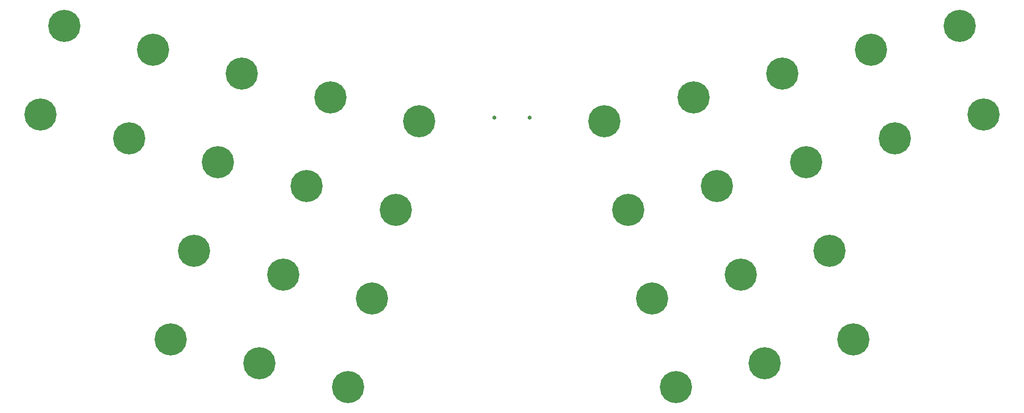
<source format=gbr>
%TF.GenerationSoftware,KiCad,Pcbnew,7.0.8*%
%TF.CreationDate,2024-02-21T20:33:03-06:00*%
%TF.ProjectId,rattlemebones32,72617474-6c65-46d6-9562-6f6e65733332,rev?*%
%TF.SameCoordinates,Original*%
%TF.FileFunction,NonPlated,1,2,NPTH,Drill*%
%TF.FilePolarity,Positive*%
%FSLAX46Y46*%
G04 Gerber Fmt 4.6, Leading zero omitted, Abs format (unit mm)*
G04 Created by KiCad (PCBNEW 7.0.8) date 2024-02-21 20:33:03*
%MOMM*%
%LPD*%
G01*
G04 APERTURE LIST*
%TA.AperFunction,ComponentDrill*%
%ADD10C,0.650000*%
%TD*%
%TA.AperFunction,ComponentDrill*%
%ADD11C,5.250000*%
%TD*%
G04 APERTURE END LIST*
D10*
%TO.C,J1*%
X122408657Y-72647826D03*
X128188657Y-72647826D03*
D11*
%TO.C,SW9*%
X48342984Y-72185968D03*
%TO.C,SW1*%
X52225268Y-57697080D03*
%TO.C,SW13*%
X62831868Y-76068249D03*
%TO.C,SW3*%
X66714154Y-61579366D03*
%TO.C,SW27*%
X69556188Y-108928313D03*
%TO.C,SW21*%
X73438470Y-94439426D03*
%TO.C,SW15*%
X77320758Y-79950538D03*
%TO.C,SW5*%
X81203045Y-65461651D03*
%TO.C,SW29*%
X84045074Y-112810597D03*
%TO.C,SW23*%
X87927362Y-98321712D03*
%TO.C,SW17*%
X91809646Y-83832825D03*
%TO.C,SW7*%
X95691931Y-69343936D03*
%TO.C,SW31*%
X98533963Y-116692883D03*
%TO.C,SW25*%
X102416245Y-102203997D03*
%TO.C,SW19*%
X106298533Y-87715110D03*
%TO.C,SW11*%
X110180819Y-73226222D03*
%TO.C,SW12*%
X140416248Y-73226224D03*
%TO.C,SW20*%
X144298531Y-87715110D03*
%TO.C,SW26*%
X148180820Y-102203997D03*
%TO.C,SW32*%
X152063105Y-116692886D03*
%TO.C,SW8*%
X154905137Y-69343934D03*
%TO.C,SW18*%
X158787420Y-83832825D03*
%TO.C,SW24*%
X162669706Y-98321713D03*
%TO.C,SW30*%
X166551994Y-112810596D03*
%TO.C,SW6*%
X169394022Y-65461650D03*
%TO.C,SW16*%
X173276308Y-79950539D03*
%TO.C,SW22*%
X177158596Y-94439426D03*
%TO.C,SW28*%
X181040881Y-108928313D03*
%TO.C,SW4*%
X183882913Y-61579366D03*
%TO.C,SW14*%
X187765194Y-76068253D03*
%TO.C,SW2*%
X198371796Y-57697081D03*
%TO.C,SW10*%
X202254082Y-72185964D03*
M02*

</source>
